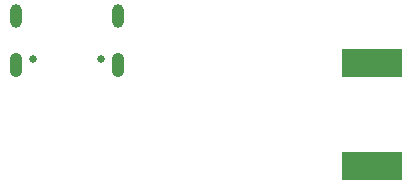
<source format=gbs>
G04 #@! TF.GenerationSoftware,KiCad,Pcbnew,7.0.6-7.0.6~ubuntu23.04.1*
G04 #@! TF.CreationDate,2023-07-23T13:36:01+02:00*
G04 #@! TF.ProjectId,CoralWave,436f7261-6c57-4617-9665-2e6b69636164,rev?*
G04 #@! TF.SameCoordinates,Original*
G04 #@! TF.FileFunction,Soldermask,Bot*
G04 #@! TF.FilePolarity,Negative*
%FSLAX46Y46*%
G04 Gerber Fmt 4.6, Leading zero omitted, Abs format (unit mm)*
G04 Created by KiCad (PCBNEW 7.0.6-7.0.6~ubuntu23.04.1) date 2023-07-23 13:36:01*
%MOMM*%
%LPD*%
G01*
G04 APERTURE LIST*
%ADD10C,0.650000*%
%ADD11O,1.050000X2.100000*%
%ADD12O,1.000000X2.000000*%
%ADD13R,5.080000X2.415000*%
G04 APERTURE END LIST*
D10*
X126160000Y-54380000D03*
X120380000Y-54380000D03*
D11*
X127590000Y-54880000D03*
D12*
X127590000Y-50700000D03*
X118950000Y-50700000D03*
D11*
X118950000Y-54880000D03*
D13*
X149100000Y-54667500D03*
X149100000Y-63432500D03*
M02*

</source>
